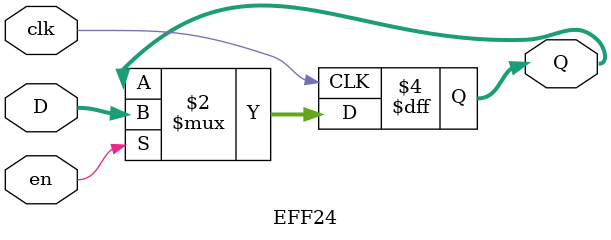
<source format=v>
module EFF24 
    (   input en,
        input clk,
        input [23:0] D,
        output reg [23:0] Q);
    
	always @ (posedge clk) 
        begin
            if(en)
                Q <= D;
        end
endmodule
</source>
